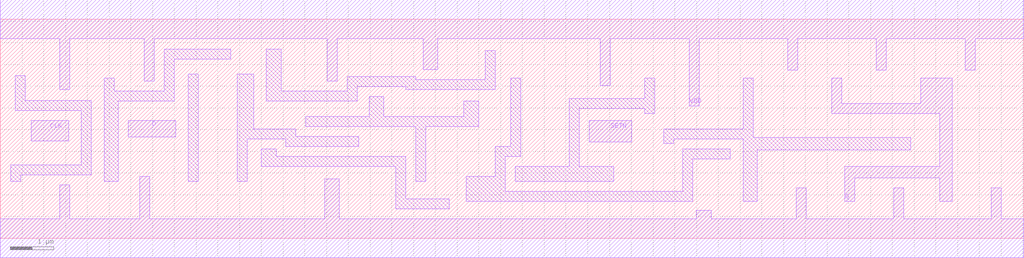
<source format=lef>
# Copyright 2022 GlobalFoundries PDK Authors
#
# Licensed under the Apache License, Version 2.0 (the "License");
# you may not use this file except in compliance with the License.
# You may obtain a copy of the License at
#
#      http://www.apache.org/licenses/LICENSE-2.0
#
# Unless required by applicable law or agreed to in writing, software
# distributed under the License is distributed on an "AS IS" BASIS,
# WITHOUT WARRANTIES OR CONDITIONS OF ANY KIND, either express or implied.
# See the License for the specific language governing permissions and
# limitations under the License.

MACRO gf180mcu_fd_sc_mcu9t5v0__dffsnq_4
  CLASS core ;
  FOREIGN gf180mcu_fd_sc_mcu9t5v0__dffsnq_4 0.0 0.0 ;
  ORIGIN 0 0 ;
  SYMMETRY X Y ;
  SITE GF018hv5v_green_sc9 ;
  SIZE 23.52 BY 5.04 ;
  PIN D
    DIRECTION INPUT ;
    ANTENNAGATEAREA 0.854 ;
    PORT
      LAYER Metal1 ;
        POLYGON 2.945 2.33 4.03 2.33 4.03 2.71 2.945 2.71  ;
    END
  END D
  PIN SETN
    DIRECTION INPUT ;
    ANTENNAGATEAREA 1.708 ;
    PORT
      LAYER Metal1 ;
        POLYGON 13.53 2.22 14.515 2.22 14.515 2.71 13.53 2.71  ;
    END
  END SETN
  PIN CLK
    DIRECTION INPUT ;
    USE clock ;
    ANTENNAGATEAREA 1.164 ;
    PORT
      LAYER Metal1 ;
        POLYGON 0.71 2.24 1.57 2.24 1.57 2.71 0.71 2.71  ;
    END
  END CLK
  PIN Q
    DIRECTION OUTPUT ;
    ANTENNADIFFAREA 3.276 ;
    PORT
      LAYER Metal1 ;
        POLYGON 19.11 2.875 20.92 2.875 21.59 2.875 21.59 1.655 19.405 1.655 19.405 0.845 19.64 0.845 19.64 1.395 21.59 1.395 21.59 0.845 21.88 0.845 21.88 3.685 21.15 3.685 21.15 3.105 20.92 3.105 19.34 3.105 19.34 3.685 19.11 3.685  ;
    END
  END Q
  PIN VDD
    DIRECTION INOUT ;
    USE power ;
    SHAPE ABUTMENT ;
    PORT
      LAYER Metal1 ;
        POLYGON 0 4.59 1.365 4.59 1.365 3.425 1.595 3.425 1.595 4.59 2.09 4.59 3.305 4.59 3.305 3.615 3.535 3.615 3.535 4.59 5.295 4.59 7.51 4.59 7.51 3.615 7.74 3.615 7.74 4.59 9.715 4.59 9.715 3.885 10.055 3.885 10.055 4.59 11.38 4.59 13.79 4.59 13.79 3.515 14.02 3.515 14.02 4.59 15.04 4.59 15.83 4.59 15.83 3.045 16.06 3.045 16.06 4.59 18.09 4.59 18.09 3.875 18.32 3.875 18.32 4.59 20.13 4.59 20.13 3.875 20.36 3.875 20.36 4.59 20.92 4.59 22.17 4.59 22.17 3.875 22.4 3.875 22.4 4.59 23.52 4.59 23.52 5.49 20.92 5.49 15.04 5.49 11.38 5.49 5.295 5.49 2.09 5.49 0 5.49  ;
    END
  END VDD
  PIN VSS
    DIRECTION INOUT ;
    USE ground ;
    SHAPE ABUTMENT ;
    PORT
      LAYER Metal1 ;
        POLYGON 0 -0.45 23.52 -0.45 23.52 0.45 23 0.45 23 1.165 22.77 1.165 22.77 0.45 20.76 0.45 20.76 1.165 20.53 1.165 20.53 0.45 18.52 0.45 18.52 1.165 18.29 1.165 18.29 0.45 16.335 0.45 16.335 0.64 15.995 0.64 15.995 0.45 7.795 0.45 7.795 1.37 7.455 1.37 7.455 0.45 3.435 0.45 3.435 1.425 3.205 1.425 3.205 0.45 1.595 0.45 1.595 1.225 1.365 1.225 1.365 0.45 0 0.45  ;
    END
  END VSS
  OBS
      LAYER Metal1 ;
        POLYGON 0.345 2.94 1.86 2.94 1.86 1.685 0.245 1.685 0.245 1.315 0.475 1.315 0.475 1.455 2.09 1.455 2.09 3.17 0.575 3.17 0.575 3.75 0.345 3.75  ;
        POLYGON 4.325 1.315 4.555 1.315 4.555 3.785 4.325 3.785  ;
        POLYGON 2.385 1.315 2.715 1.315 2.715 3.155 3.995 3.155 3.995 4.13 5.295 4.13 5.295 4.36 3.765 4.36 3.765 3.385 2.615 3.385 2.615 3.685 2.385 3.685  ;
        POLYGON 5.445 1.315 5.675 1.315 5.675 2.29 6.565 2.29 6.565 2.11 8.235 2.11 8.235 2.34 6.79 2.34 6.79 2.52 5.82 2.52 5.82 3.785 5.445 3.785  ;
        POLYGON 6 1.65 9.09 1.65 9.09 0.68 10.315 0.68 10.315 0.91 9.32 0.91 9.32 1.88 6.34 1.88 6.34 2.06 6 2.06  ;
        POLYGON 7.015 2.57 9.55 2.57 9.55 1.315 9.78 1.315 9.78 2.57 10.995 2.57 10.995 3.16 10.655 3.16 10.655 2.8 8.815 2.8 8.815 3.26 8.475 3.26 8.475 2.8 7.015 2.8  ;
        POLYGON 6.115 3.155 8.2 3.155 8.2 3.49 9.32 3.49 9.32 3.425 11.38 3.425 11.38 4.315 11.15 4.315 11.15 3.655 9.545 3.655 9.545 3.72 7.97 3.72 7.97 3.385 6.455 3.385 6.455 4.36 6.115 4.36  ;
        POLYGON 13.3 2.985 14.81 2.985 14.81 2.875 15.04 2.875 15.04 3.685 14.81 3.685 14.81 3.215 13.07 3.215 13.07 1.655 11.83 1.655 11.83 1.315 14.1 1.315 14.1 1.655 13.3 1.655  ;
        POLYGON 10.71 0.855 15.91 0.855 15.91 1.83 16.775 1.83 16.775 2.06 15.68 2.06 15.68 1.085 11.6 1.085 11.6 1.885 11.96 1.885 11.96 3.685 11.73 3.685 11.73 2.115 11.37 2.115 11.37 1.425 10.71 1.425  ;
        POLYGON 15.25 2.18 15.48 2.18 15.48 2.29 17.075 2.29 17.075 0.845 17.4 0.845 17.4 2.03 20.92 2.03 20.92 2.325 17.305 2.325 17.305 3.685 17.07 3.685 17.07 2.52 15.25 2.52  ;
  END
END gf180mcu_fd_sc_mcu9t5v0__dffsnq_4

</source>
